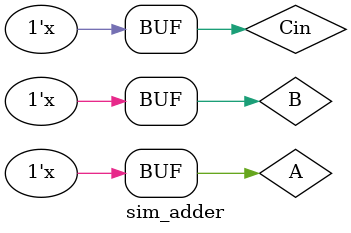
<source format=v>
`timescale 1ns / 1ps


module sim_adder( );
    reg A,B,Cin;
    wire S,C;
    adder u1(A,B,Cin,S,C);
    initial
        begin
            A=0;B=0;Cin=0;
        end
    always #10 {A,B,Cin}={A,B,Cin}+1;
endmodule

</source>
